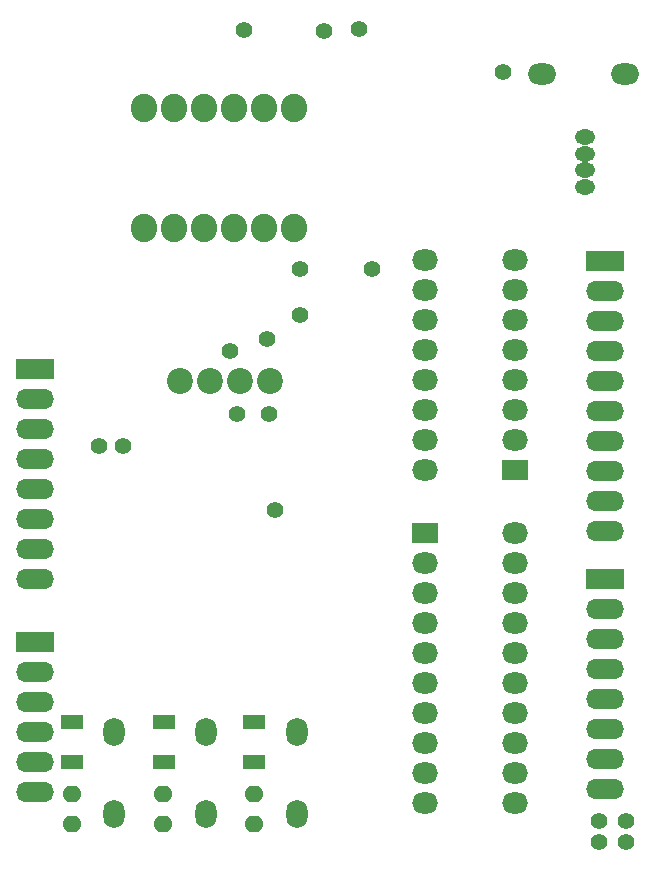
<source format=gbr>
G04*
G04 #@! TF.GenerationSoftware,Altium Limited,Altium Designer,24.2.2 (26)*
G04*
G04 Layer_Color=8388736*
%FSLAX44Y44*%
%MOMM*%
G71*
G04*
G04 #@! TF.SameCoordinates,2868F377-7641-4E66-942F-0D50B4D8385F*
G04*
G04*
G04 #@! TF.FilePolarity,Negative*
G04*
G01*
G75*
%ADD17R,1.9032X1.2532*%
%ADD18O,2.4000X1.8000*%
%ADD19O,1.8000X2.4000*%
%ADD20O,1.6032X1.4032*%
%ADD21O,2.2032X2.4032*%
%ADD22O,3.2032X1.7032*%
%ADD23R,3.2032X1.7032*%
%ADD24O,1.7032X1.3032*%
%ADD25O,2.2032X1.8032*%
%ADD26C,2.2000*%
%ADD27R,2.2032X1.8032*%
%ADD28C,1.4032*%
D17*
X222250Y84570D02*
D03*
Y118070D02*
D03*
X68580Y84570D02*
D03*
Y118070D02*
D03*
X146050Y84570D02*
D03*
Y118070D02*
D03*
D18*
X536650Y666750D02*
D03*
X466650D02*
D03*
D19*
X259080Y39930D02*
D03*
Y109930D02*
D03*
X181610Y39930D02*
D03*
Y109930D02*
D03*
X104140Y39930D02*
D03*
Y109930D02*
D03*
D20*
X68580Y32050D02*
D03*
Y57450D02*
D03*
X145415Y32050D02*
D03*
Y57450D02*
D03*
X222250Y32050D02*
D03*
Y57450D02*
D03*
D21*
X129540Y535940D02*
D03*
X154940D02*
D03*
X180340D02*
D03*
X129540Y637540D02*
D03*
X154940D02*
D03*
X180340D02*
D03*
X205740Y535940D02*
D03*
X231140D02*
D03*
X256540D02*
D03*
X205740Y637540D02*
D03*
X231140D02*
D03*
X256540D02*
D03*
D22*
X36830Y238760D02*
D03*
Y264160D02*
D03*
Y289560D02*
D03*
Y314960D02*
D03*
Y340360D02*
D03*
Y365760D02*
D03*
Y391160D02*
D03*
X519430Y213360D02*
D03*
Y187960D02*
D03*
Y162560D02*
D03*
Y137160D02*
D03*
Y111760D02*
D03*
Y86360D02*
D03*
Y60960D02*
D03*
X36830Y58420D02*
D03*
Y83820D02*
D03*
Y109220D02*
D03*
Y134620D02*
D03*
Y160020D02*
D03*
X519430Y482600D02*
D03*
Y457200D02*
D03*
Y431800D02*
D03*
Y406400D02*
D03*
Y381000D02*
D03*
Y355600D02*
D03*
Y330200D02*
D03*
Y304800D02*
D03*
Y279400D02*
D03*
D23*
X36830Y416560D02*
D03*
X519430Y238760D02*
D03*
X36830Y185420D02*
D03*
X519430Y508000D02*
D03*
D24*
X502920Y571082D02*
D03*
Y585221D02*
D03*
Y599360D02*
D03*
Y613500D02*
D03*
D25*
X367030Y483870D02*
D03*
Y458470D02*
D03*
Y433070D02*
D03*
X443230Y356870D02*
D03*
Y382270D02*
D03*
Y407670D02*
D03*
Y433070D02*
D03*
Y458470D02*
D03*
Y483870D02*
D03*
X367030Y331470D02*
D03*
Y356870D02*
D03*
Y382270D02*
D03*
Y407670D02*
D03*
X443230Y509270D02*
D03*
X367030D02*
D03*
X443230Y49530D02*
D03*
Y74930D02*
D03*
X367030Y49530D02*
D03*
Y252730D02*
D03*
Y227330D02*
D03*
Y201930D02*
D03*
Y176530D02*
D03*
Y151130D02*
D03*
Y125730D02*
D03*
X443230Y278130D02*
D03*
Y252730D02*
D03*
Y227330D02*
D03*
Y201930D02*
D03*
Y176530D02*
D03*
Y151130D02*
D03*
Y125730D02*
D03*
X367030Y100330D02*
D03*
X443230D02*
D03*
X367030Y74930D02*
D03*
D26*
X160020Y406400D02*
D03*
X185420D02*
D03*
X210820D02*
D03*
X236220D02*
D03*
D27*
X443230Y331470D02*
D03*
X367030Y278130D02*
D03*
D28*
X208280Y378460D02*
D03*
X234950D02*
D03*
X91440Y351790D02*
D03*
X111760D02*
D03*
X537210Y16510D02*
D03*
X514350D02*
D03*
Y34290D02*
D03*
X537210D02*
D03*
X240030Y297180D02*
D03*
X233680Y441960D02*
D03*
X201930Y431800D02*
D03*
X311150Y704850D02*
D03*
X433070Y668020D02*
D03*
X214511Y703905D02*
D03*
X261620Y462280D02*
D03*
X322620Y501201D02*
D03*
X261620Y501650D02*
D03*
X282127Y703309D02*
D03*
M02*

</source>
